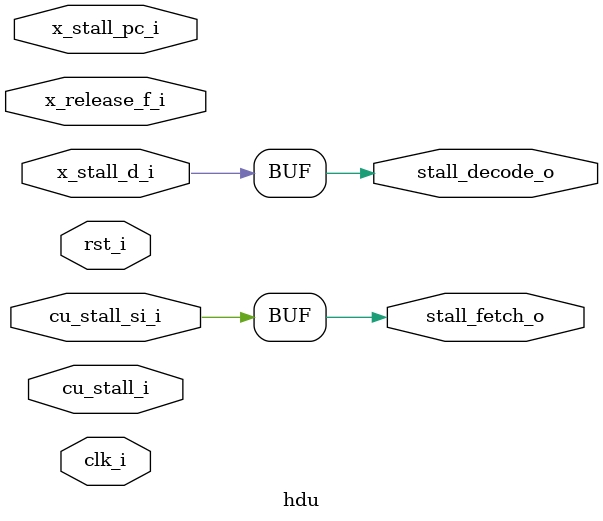
<source format=sv>
module hdu (
input logic 	clk_i,
input logic 	rst_i,
input logic  	x_stall_pc_i,
input logic  	cu_stall_i,
input logic		cu_stall_si_i,
input logic  	x_stall_d_i,
input logic		x_release_f_i,

output logic	stall_fetch_o,
output logic	stall_decode_o
//output logic 	cu_stall_o
);

always_comb begin

	// we do not want to fetch the next instruction if we have a self-instruct
	stall_fetch_o = cu_stall_si_i;
	
	// stall decode for the second memory access withing execute stage
	stall_decode_o = x_stall_d_i;
end 


endmodule


</source>
